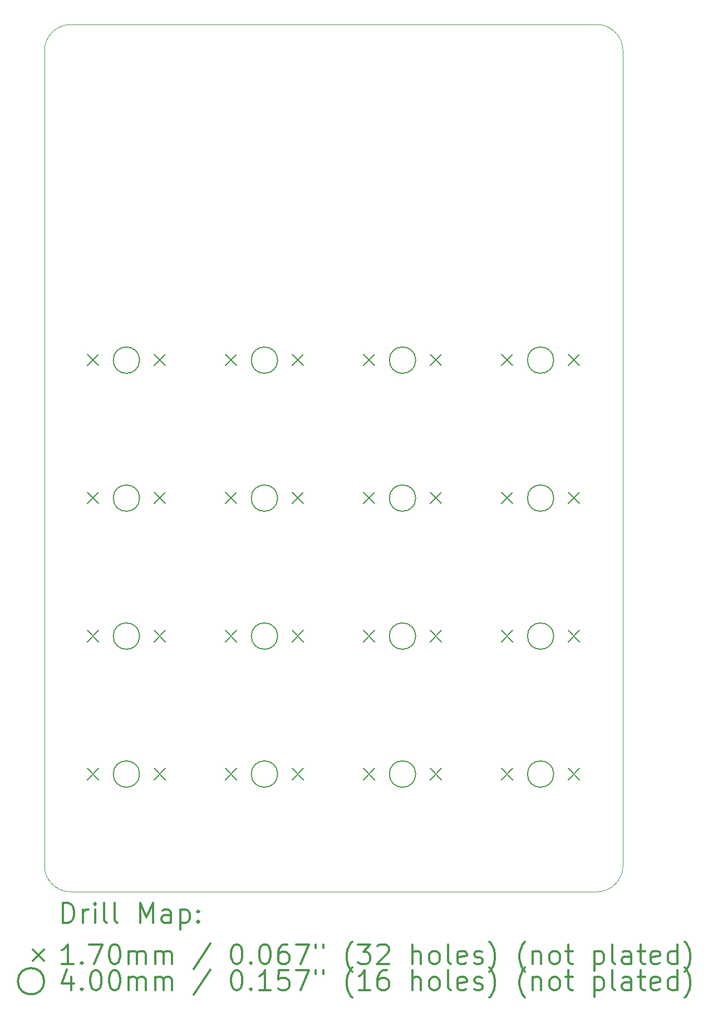
<source format=gbr>
%FSLAX45Y45*%
G04 Gerber Fmt 4.5, Leading zero omitted, Abs format (unit mm)*
G04 Created by KiCad (PCBNEW 5.0.2+dfsg1-1) date Sun 02 Jan 2022 07:08:44 PM PST*
%MOMM*%
%LPD*%
G01*
G04 APERTURE LIST*
%ADD10C,0.100000*%
%ADD11C,0.200000*%
%ADD12C,0.300000*%
G04 APERTURE END LIST*
D10*
X10800000Y-3000000D02*
X18800000Y-3000000D01*
X10400000Y-15800000D02*
X10400000Y-3400000D01*
X18800000Y-16200000D02*
X10800000Y-16200000D01*
X19200000Y-3400000D02*
X19200000Y-15800000D01*
X10800000Y-16200000D02*
G75*
G02X10400000Y-15800000I0J400000D01*
G01*
X19200000Y-15800000D02*
G75*
G02X18800000Y-16200000I-400000J0D01*
G01*
X18800000Y-3000000D02*
G75*
G02X19200000Y-3400000I0J-400000D01*
G01*
X10400000Y-3400000D02*
G75*
G02X10800000Y-3000000I400000J0D01*
G01*
D11*
X15253000Y-12223000D02*
X15423000Y-12393000D01*
X15423000Y-12223000D02*
X15253000Y-12393000D01*
X16269000Y-12223000D02*
X16439000Y-12393000D01*
X16439000Y-12223000D02*
X16269000Y-12393000D01*
X11053000Y-12223000D02*
X11223000Y-12393000D01*
X11223000Y-12223000D02*
X11053000Y-12393000D01*
X12069000Y-12223000D02*
X12239000Y-12393000D01*
X12239000Y-12223000D02*
X12069000Y-12393000D01*
X15253000Y-8023000D02*
X15423000Y-8193000D01*
X15423000Y-8023000D02*
X15253000Y-8193000D01*
X16269000Y-8023000D02*
X16439000Y-8193000D01*
X16439000Y-8023000D02*
X16269000Y-8193000D01*
X17353000Y-8023000D02*
X17523000Y-8193000D01*
X17523000Y-8023000D02*
X17353000Y-8193000D01*
X18369000Y-8023000D02*
X18539000Y-8193000D01*
X18539000Y-8023000D02*
X18369000Y-8193000D01*
X17353000Y-14323000D02*
X17523000Y-14493000D01*
X17523000Y-14323000D02*
X17353000Y-14493000D01*
X18369000Y-14323000D02*
X18539000Y-14493000D01*
X18539000Y-14323000D02*
X18369000Y-14493000D01*
X17353000Y-12223000D02*
X17523000Y-12393000D01*
X17523000Y-12223000D02*
X17353000Y-12393000D01*
X18369000Y-12223000D02*
X18539000Y-12393000D01*
X18539000Y-12223000D02*
X18369000Y-12393000D01*
X11053000Y-10123000D02*
X11223000Y-10293000D01*
X11223000Y-10123000D02*
X11053000Y-10293000D01*
X12069000Y-10123000D02*
X12239000Y-10293000D01*
X12239000Y-10123000D02*
X12069000Y-10293000D01*
X13153000Y-8023000D02*
X13323000Y-8193000D01*
X13323000Y-8023000D02*
X13153000Y-8193000D01*
X14169000Y-8023000D02*
X14339000Y-8193000D01*
X14339000Y-8023000D02*
X14169000Y-8193000D01*
X15253000Y-10123000D02*
X15423000Y-10293000D01*
X15423000Y-10123000D02*
X15253000Y-10293000D01*
X16269000Y-10123000D02*
X16439000Y-10293000D01*
X16439000Y-10123000D02*
X16269000Y-10293000D01*
X15253000Y-14323000D02*
X15423000Y-14493000D01*
X15423000Y-14323000D02*
X15253000Y-14493000D01*
X16269000Y-14323000D02*
X16439000Y-14493000D01*
X16439000Y-14323000D02*
X16269000Y-14493000D01*
X13153000Y-12223000D02*
X13323000Y-12393000D01*
X13323000Y-12223000D02*
X13153000Y-12393000D01*
X14169000Y-12223000D02*
X14339000Y-12393000D01*
X14339000Y-12223000D02*
X14169000Y-12393000D01*
X13153000Y-14323000D02*
X13323000Y-14493000D01*
X13323000Y-14323000D02*
X13153000Y-14493000D01*
X14169000Y-14323000D02*
X14339000Y-14493000D01*
X14339000Y-14323000D02*
X14169000Y-14493000D01*
X11053000Y-8023000D02*
X11223000Y-8193000D01*
X11223000Y-8023000D02*
X11053000Y-8193000D01*
X12069000Y-8023000D02*
X12239000Y-8193000D01*
X12239000Y-8023000D02*
X12069000Y-8193000D01*
X13153000Y-10123000D02*
X13323000Y-10293000D01*
X13323000Y-10123000D02*
X13153000Y-10293000D01*
X14169000Y-10123000D02*
X14339000Y-10293000D01*
X14339000Y-10123000D02*
X14169000Y-10293000D01*
X17353000Y-10123000D02*
X17523000Y-10293000D01*
X17523000Y-10123000D02*
X17353000Y-10293000D01*
X18369000Y-10123000D02*
X18539000Y-10293000D01*
X18539000Y-10123000D02*
X18369000Y-10293000D01*
X11053000Y-14323000D02*
X11223000Y-14493000D01*
X11223000Y-14323000D02*
X11053000Y-14493000D01*
X12069000Y-14323000D02*
X12239000Y-14493000D01*
X12239000Y-14323000D02*
X12069000Y-14493000D01*
X18146000Y-14408000D02*
G75*
G03X18146000Y-14408000I-200000J0D01*
G01*
X18146000Y-12308000D02*
G75*
G03X18146000Y-12308000I-200000J0D01*
G01*
X11846000Y-10208000D02*
G75*
G03X11846000Y-10208000I-200000J0D01*
G01*
X13946000Y-8108000D02*
G75*
G03X13946000Y-8108000I-200000J0D01*
G01*
X16046000Y-10208000D02*
G75*
G03X16046000Y-10208000I-200000J0D01*
G01*
X16046000Y-14408000D02*
G75*
G03X16046000Y-14408000I-200000J0D01*
G01*
X13946000Y-12308000D02*
G75*
G03X13946000Y-12308000I-200000J0D01*
G01*
X13946000Y-14408000D02*
G75*
G03X13946000Y-14408000I-200000J0D01*
G01*
X11846000Y-8108000D02*
G75*
G03X11846000Y-8108000I-200000J0D01*
G01*
X13946000Y-10208000D02*
G75*
G03X13946000Y-10208000I-200000J0D01*
G01*
X18146000Y-10208000D02*
G75*
G03X18146000Y-10208000I-200000J0D01*
G01*
X11846000Y-14408000D02*
G75*
G03X11846000Y-14408000I-200000J0D01*
G01*
X16046000Y-12308000D02*
G75*
G03X16046000Y-12308000I-200000J0D01*
G01*
X11846000Y-12308000D02*
G75*
G03X11846000Y-12308000I-200000J0D01*
G01*
X16046000Y-8108000D02*
G75*
G03X16046000Y-8108000I-200000J0D01*
G01*
X18146000Y-8108000D02*
G75*
G03X18146000Y-8108000I-200000J0D01*
G01*
D12*
X10681428Y-16670714D02*
X10681428Y-16370714D01*
X10752857Y-16370714D01*
X10795714Y-16385000D01*
X10824286Y-16413571D01*
X10838571Y-16442143D01*
X10852857Y-16499286D01*
X10852857Y-16542143D01*
X10838571Y-16599286D01*
X10824286Y-16627857D01*
X10795714Y-16656429D01*
X10752857Y-16670714D01*
X10681428Y-16670714D01*
X10981428Y-16670714D02*
X10981428Y-16470714D01*
X10981428Y-16527857D02*
X10995714Y-16499286D01*
X11010000Y-16485000D01*
X11038571Y-16470714D01*
X11067143Y-16470714D01*
X11167143Y-16670714D02*
X11167143Y-16470714D01*
X11167143Y-16370714D02*
X11152857Y-16385000D01*
X11167143Y-16399286D01*
X11181428Y-16385000D01*
X11167143Y-16370714D01*
X11167143Y-16399286D01*
X11352857Y-16670714D02*
X11324286Y-16656429D01*
X11310000Y-16627857D01*
X11310000Y-16370714D01*
X11510000Y-16670714D02*
X11481428Y-16656429D01*
X11467143Y-16627857D01*
X11467143Y-16370714D01*
X11852857Y-16670714D02*
X11852857Y-16370714D01*
X11952857Y-16585000D01*
X12052857Y-16370714D01*
X12052857Y-16670714D01*
X12324286Y-16670714D02*
X12324286Y-16513571D01*
X12310000Y-16485000D01*
X12281428Y-16470714D01*
X12224286Y-16470714D01*
X12195714Y-16485000D01*
X12324286Y-16656429D02*
X12295714Y-16670714D01*
X12224286Y-16670714D01*
X12195714Y-16656429D01*
X12181428Y-16627857D01*
X12181428Y-16599286D01*
X12195714Y-16570714D01*
X12224286Y-16556429D01*
X12295714Y-16556429D01*
X12324286Y-16542143D01*
X12467143Y-16470714D02*
X12467143Y-16770714D01*
X12467143Y-16485000D02*
X12495714Y-16470714D01*
X12552857Y-16470714D01*
X12581428Y-16485000D01*
X12595714Y-16499286D01*
X12610000Y-16527857D01*
X12610000Y-16613571D01*
X12595714Y-16642143D01*
X12581428Y-16656429D01*
X12552857Y-16670714D01*
X12495714Y-16670714D01*
X12467143Y-16656429D01*
X12738571Y-16642143D02*
X12752857Y-16656429D01*
X12738571Y-16670714D01*
X12724286Y-16656429D01*
X12738571Y-16642143D01*
X12738571Y-16670714D01*
X12738571Y-16485000D02*
X12752857Y-16499286D01*
X12738571Y-16513571D01*
X12724286Y-16499286D01*
X12738571Y-16485000D01*
X12738571Y-16513571D01*
X10225000Y-17080000D02*
X10395000Y-17250000D01*
X10395000Y-17080000D02*
X10225000Y-17250000D01*
X10838571Y-17300714D02*
X10667143Y-17300714D01*
X10752857Y-17300714D02*
X10752857Y-17000714D01*
X10724286Y-17043572D01*
X10695714Y-17072143D01*
X10667143Y-17086429D01*
X10967143Y-17272143D02*
X10981428Y-17286429D01*
X10967143Y-17300714D01*
X10952857Y-17286429D01*
X10967143Y-17272143D01*
X10967143Y-17300714D01*
X11081428Y-17000714D02*
X11281428Y-17000714D01*
X11152857Y-17300714D01*
X11452857Y-17000714D02*
X11481428Y-17000714D01*
X11510000Y-17015000D01*
X11524286Y-17029286D01*
X11538571Y-17057857D01*
X11552857Y-17115000D01*
X11552857Y-17186429D01*
X11538571Y-17243572D01*
X11524286Y-17272143D01*
X11510000Y-17286429D01*
X11481428Y-17300714D01*
X11452857Y-17300714D01*
X11424286Y-17286429D01*
X11410000Y-17272143D01*
X11395714Y-17243572D01*
X11381428Y-17186429D01*
X11381428Y-17115000D01*
X11395714Y-17057857D01*
X11410000Y-17029286D01*
X11424286Y-17015000D01*
X11452857Y-17000714D01*
X11681428Y-17300714D02*
X11681428Y-17100714D01*
X11681428Y-17129286D02*
X11695714Y-17115000D01*
X11724286Y-17100714D01*
X11767143Y-17100714D01*
X11795714Y-17115000D01*
X11810000Y-17143572D01*
X11810000Y-17300714D01*
X11810000Y-17143572D02*
X11824286Y-17115000D01*
X11852857Y-17100714D01*
X11895714Y-17100714D01*
X11924286Y-17115000D01*
X11938571Y-17143572D01*
X11938571Y-17300714D01*
X12081428Y-17300714D02*
X12081428Y-17100714D01*
X12081428Y-17129286D02*
X12095714Y-17115000D01*
X12124286Y-17100714D01*
X12167143Y-17100714D01*
X12195714Y-17115000D01*
X12210000Y-17143572D01*
X12210000Y-17300714D01*
X12210000Y-17143572D02*
X12224286Y-17115000D01*
X12252857Y-17100714D01*
X12295714Y-17100714D01*
X12324286Y-17115000D01*
X12338571Y-17143572D01*
X12338571Y-17300714D01*
X12924286Y-16986429D02*
X12667143Y-17372143D01*
X13310000Y-17000714D02*
X13338571Y-17000714D01*
X13367143Y-17015000D01*
X13381428Y-17029286D01*
X13395714Y-17057857D01*
X13410000Y-17115000D01*
X13410000Y-17186429D01*
X13395714Y-17243572D01*
X13381428Y-17272143D01*
X13367143Y-17286429D01*
X13338571Y-17300714D01*
X13310000Y-17300714D01*
X13281428Y-17286429D01*
X13267143Y-17272143D01*
X13252857Y-17243572D01*
X13238571Y-17186429D01*
X13238571Y-17115000D01*
X13252857Y-17057857D01*
X13267143Y-17029286D01*
X13281428Y-17015000D01*
X13310000Y-17000714D01*
X13538571Y-17272143D02*
X13552857Y-17286429D01*
X13538571Y-17300714D01*
X13524286Y-17286429D01*
X13538571Y-17272143D01*
X13538571Y-17300714D01*
X13738571Y-17000714D02*
X13767143Y-17000714D01*
X13795714Y-17015000D01*
X13810000Y-17029286D01*
X13824286Y-17057857D01*
X13838571Y-17115000D01*
X13838571Y-17186429D01*
X13824286Y-17243572D01*
X13810000Y-17272143D01*
X13795714Y-17286429D01*
X13767143Y-17300714D01*
X13738571Y-17300714D01*
X13710000Y-17286429D01*
X13695714Y-17272143D01*
X13681428Y-17243572D01*
X13667143Y-17186429D01*
X13667143Y-17115000D01*
X13681428Y-17057857D01*
X13695714Y-17029286D01*
X13710000Y-17015000D01*
X13738571Y-17000714D01*
X14095714Y-17000714D02*
X14038571Y-17000714D01*
X14010000Y-17015000D01*
X13995714Y-17029286D01*
X13967143Y-17072143D01*
X13952857Y-17129286D01*
X13952857Y-17243572D01*
X13967143Y-17272143D01*
X13981428Y-17286429D01*
X14010000Y-17300714D01*
X14067143Y-17300714D01*
X14095714Y-17286429D01*
X14110000Y-17272143D01*
X14124286Y-17243572D01*
X14124286Y-17172143D01*
X14110000Y-17143572D01*
X14095714Y-17129286D01*
X14067143Y-17115000D01*
X14010000Y-17115000D01*
X13981428Y-17129286D01*
X13967143Y-17143572D01*
X13952857Y-17172143D01*
X14224286Y-17000714D02*
X14424286Y-17000714D01*
X14295714Y-17300714D01*
X14524286Y-17000714D02*
X14524286Y-17057857D01*
X14638571Y-17000714D02*
X14638571Y-17057857D01*
X15081428Y-17415000D02*
X15067143Y-17400714D01*
X15038571Y-17357857D01*
X15024286Y-17329286D01*
X15010000Y-17286429D01*
X14995714Y-17215000D01*
X14995714Y-17157857D01*
X15010000Y-17086429D01*
X15024286Y-17043572D01*
X15038571Y-17015000D01*
X15067143Y-16972143D01*
X15081428Y-16957857D01*
X15167143Y-17000714D02*
X15352857Y-17000714D01*
X15252857Y-17115000D01*
X15295714Y-17115000D01*
X15324286Y-17129286D01*
X15338571Y-17143572D01*
X15352857Y-17172143D01*
X15352857Y-17243572D01*
X15338571Y-17272143D01*
X15324286Y-17286429D01*
X15295714Y-17300714D01*
X15210000Y-17300714D01*
X15181428Y-17286429D01*
X15167143Y-17272143D01*
X15467143Y-17029286D02*
X15481428Y-17015000D01*
X15510000Y-17000714D01*
X15581428Y-17000714D01*
X15610000Y-17015000D01*
X15624286Y-17029286D01*
X15638571Y-17057857D01*
X15638571Y-17086429D01*
X15624286Y-17129286D01*
X15452857Y-17300714D01*
X15638571Y-17300714D01*
X15995714Y-17300714D02*
X15995714Y-17000714D01*
X16124286Y-17300714D02*
X16124286Y-17143572D01*
X16110000Y-17115000D01*
X16081428Y-17100714D01*
X16038571Y-17100714D01*
X16010000Y-17115000D01*
X15995714Y-17129286D01*
X16310000Y-17300714D02*
X16281428Y-17286429D01*
X16267143Y-17272143D01*
X16252857Y-17243572D01*
X16252857Y-17157857D01*
X16267143Y-17129286D01*
X16281428Y-17115000D01*
X16310000Y-17100714D01*
X16352857Y-17100714D01*
X16381428Y-17115000D01*
X16395714Y-17129286D01*
X16410000Y-17157857D01*
X16410000Y-17243572D01*
X16395714Y-17272143D01*
X16381428Y-17286429D01*
X16352857Y-17300714D01*
X16310000Y-17300714D01*
X16581428Y-17300714D02*
X16552857Y-17286429D01*
X16538571Y-17257857D01*
X16538571Y-17000714D01*
X16810000Y-17286429D02*
X16781428Y-17300714D01*
X16724286Y-17300714D01*
X16695714Y-17286429D01*
X16681428Y-17257857D01*
X16681428Y-17143572D01*
X16695714Y-17115000D01*
X16724286Y-17100714D01*
X16781428Y-17100714D01*
X16810000Y-17115000D01*
X16824286Y-17143572D01*
X16824286Y-17172143D01*
X16681428Y-17200714D01*
X16938571Y-17286429D02*
X16967143Y-17300714D01*
X17024286Y-17300714D01*
X17052857Y-17286429D01*
X17067143Y-17257857D01*
X17067143Y-17243572D01*
X17052857Y-17215000D01*
X17024286Y-17200714D01*
X16981428Y-17200714D01*
X16952857Y-17186429D01*
X16938571Y-17157857D01*
X16938571Y-17143572D01*
X16952857Y-17115000D01*
X16981428Y-17100714D01*
X17024286Y-17100714D01*
X17052857Y-17115000D01*
X17167143Y-17415000D02*
X17181428Y-17400714D01*
X17210000Y-17357857D01*
X17224286Y-17329286D01*
X17238571Y-17286429D01*
X17252857Y-17215000D01*
X17252857Y-17157857D01*
X17238571Y-17086429D01*
X17224286Y-17043572D01*
X17210000Y-17015000D01*
X17181428Y-16972143D01*
X17167143Y-16957857D01*
X17710000Y-17415000D02*
X17695714Y-17400714D01*
X17667143Y-17357857D01*
X17652857Y-17329286D01*
X17638571Y-17286429D01*
X17624286Y-17215000D01*
X17624286Y-17157857D01*
X17638571Y-17086429D01*
X17652857Y-17043572D01*
X17667143Y-17015000D01*
X17695714Y-16972143D01*
X17710000Y-16957857D01*
X17824286Y-17100714D02*
X17824286Y-17300714D01*
X17824286Y-17129286D02*
X17838571Y-17115000D01*
X17867143Y-17100714D01*
X17910000Y-17100714D01*
X17938571Y-17115000D01*
X17952857Y-17143572D01*
X17952857Y-17300714D01*
X18138571Y-17300714D02*
X18110000Y-17286429D01*
X18095714Y-17272143D01*
X18081428Y-17243572D01*
X18081428Y-17157857D01*
X18095714Y-17129286D01*
X18110000Y-17115000D01*
X18138571Y-17100714D01*
X18181428Y-17100714D01*
X18210000Y-17115000D01*
X18224286Y-17129286D01*
X18238571Y-17157857D01*
X18238571Y-17243572D01*
X18224286Y-17272143D01*
X18210000Y-17286429D01*
X18181428Y-17300714D01*
X18138571Y-17300714D01*
X18324286Y-17100714D02*
X18438571Y-17100714D01*
X18367143Y-17000714D02*
X18367143Y-17257857D01*
X18381428Y-17286429D01*
X18410000Y-17300714D01*
X18438571Y-17300714D01*
X18767143Y-17100714D02*
X18767143Y-17400714D01*
X18767143Y-17115000D02*
X18795714Y-17100714D01*
X18852857Y-17100714D01*
X18881428Y-17115000D01*
X18895714Y-17129286D01*
X18910000Y-17157857D01*
X18910000Y-17243572D01*
X18895714Y-17272143D01*
X18881428Y-17286429D01*
X18852857Y-17300714D01*
X18795714Y-17300714D01*
X18767143Y-17286429D01*
X19081428Y-17300714D02*
X19052857Y-17286429D01*
X19038571Y-17257857D01*
X19038571Y-17000714D01*
X19324286Y-17300714D02*
X19324286Y-17143572D01*
X19310000Y-17115000D01*
X19281428Y-17100714D01*
X19224286Y-17100714D01*
X19195714Y-17115000D01*
X19324286Y-17286429D02*
X19295714Y-17300714D01*
X19224286Y-17300714D01*
X19195714Y-17286429D01*
X19181428Y-17257857D01*
X19181428Y-17229286D01*
X19195714Y-17200714D01*
X19224286Y-17186429D01*
X19295714Y-17186429D01*
X19324286Y-17172143D01*
X19424286Y-17100714D02*
X19538571Y-17100714D01*
X19467143Y-17000714D02*
X19467143Y-17257857D01*
X19481428Y-17286429D01*
X19510000Y-17300714D01*
X19538571Y-17300714D01*
X19752857Y-17286429D02*
X19724286Y-17300714D01*
X19667143Y-17300714D01*
X19638571Y-17286429D01*
X19624286Y-17257857D01*
X19624286Y-17143572D01*
X19638571Y-17115000D01*
X19667143Y-17100714D01*
X19724286Y-17100714D01*
X19752857Y-17115000D01*
X19767143Y-17143572D01*
X19767143Y-17172143D01*
X19624286Y-17200714D01*
X20024286Y-17300714D02*
X20024286Y-17000714D01*
X20024286Y-17286429D02*
X19995714Y-17300714D01*
X19938571Y-17300714D01*
X19910000Y-17286429D01*
X19895714Y-17272143D01*
X19881428Y-17243572D01*
X19881428Y-17157857D01*
X19895714Y-17129286D01*
X19910000Y-17115000D01*
X19938571Y-17100714D01*
X19995714Y-17100714D01*
X20024286Y-17115000D01*
X20138571Y-17415000D02*
X20152857Y-17400714D01*
X20181428Y-17357857D01*
X20195714Y-17329286D01*
X20210000Y-17286429D01*
X20224286Y-17215000D01*
X20224286Y-17157857D01*
X20210000Y-17086429D01*
X20195714Y-17043572D01*
X20181428Y-17015000D01*
X20152857Y-16972143D01*
X20138571Y-16957857D01*
X10395000Y-17561000D02*
G75*
G03X10395000Y-17561000I-200000J0D01*
G01*
X10810000Y-17496714D02*
X10810000Y-17696714D01*
X10738571Y-17382429D02*
X10667143Y-17596714D01*
X10852857Y-17596714D01*
X10967143Y-17668143D02*
X10981428Y-17682429D01*
X10967143Y-17696714D01*
X10952857Y-17682429D01*
X10967143Y-17668143D01*
X10967143Y-17696714D01*
X11167143Y-17396714D02*
X11195714Y-17396714D01*
X11224286Y-17411000D01*
X11238571Y-17425286D01*
X11252857Y-17453857D01*
X11267143Y-17511000D01*
X11267143Y-17582429D01*
X11252857Y-17639572D01*
X11238571Y-17668143D01*
X11224286Y-17682429D01*
X11195714Y-17696714D01*
X11167143Y-17696714D01*
X11138571Y-17682429D01*
X11124286Y-17668143D01*
X11110000Y-17639572D01*
X11095714Y-17582429D01*
X11095714Y-17511000D01*
X11110000Y-17453857D01*
X11124286Y-17425286D01*
X11138571Y-17411000D01*
X11167143Y-17396714D01*
X11452857Y-17396714D02*
X11481428Y-17396714D01*
X11510000Y-17411000D01*
X11524286Y-17425286D01*
X11538571Y-17453857D01*
X11552857Y-17511000D01*
X11552857Y-17582429D01*
X11538571Y-17639572D01*
X11524286Y-17668143D01*
X11510000Y-17682429D01*
X11481428Y-17696714D01*
X11452857Y-17696714D01*
X11424286Y-17682429D01*
X11410000Y-17668143D01*
X11395714Y-17639572D01*
X11381428Y-17582429D01*
X11381428Y-17511000D01*
X11395714Y-17453857D01*
X11410000Y-17425286D01*
X11424286Y-17411000D01*
X11452857Y-17396714D01*
X11681428Y-17696714D02*
X11681428Y-17496714D01*
X11681428Y-17525286D02*
X11695714Y-17511000D01*
X11724286Y-17496714D01*
X11767143Y-17496714D01*
X11795714Y-17511000D01*
X11810000Y-17539572D01*
X11810000Y-17696714D01*
X11810000Y-17539572D02*
X11824286Y-17511000D01*
X11852857Y-17496714D01*
X11895714Y-17496714D01*
X11924286Y-17511000D01*
X11938571Y-17539572D01*
X11938571Y-17696714D01*
X12081428Y-17696714D02*
X12081428Y-17496714D01*
X12081428Y-17525286D02*
X12095714Y-17511000D01*
X12124286Y-17496714D01*
X12167143Y-17496714D01*
X12195714Y-17511000D01*
X12210000Y-17539572D01*
X12210000Y-17696714D01*
X12210000Y-17539572D02*
X12224286Y-17511000D01*
X12252857Y-17496714D01*
X12295714Y-17496714D01*
X12324286Y-17511000D01*
X12338571Y-17539572D01*
X12338571Y-17696714D01*
X12924286Y-17382429D02*
X12667143Y-17768143D01*
X13310000Y-17396714D02*
X13338571Y-17396714D01*
X13367143Y-17411000D01*
X13381428Y-17425286D01*
X13395714Y-17453857D01*
X13410000Y-17511000D01*
X13410000Y-17582429D01*
X13395714Y-17639572D01*
X13381428Y-17668143D01*
X13367143Y-17682429D01*
X13338571Y-17696714D01*
X13310000Y-17696714D01*
X13281428Y-17682429D01*
X13267143Y-17668143D01*
X13252857Y-17639572D01*
X13238571Y-17582429D01*
X13238571Y-17511000D01*
X13252857Y-17453857D01*
X13267143Y-17425286D01*
X13281428Y-17411000D01*
X13310000Y-17396714D01*
X13538571Y-17668143D02*
X13552857Y-17682429D01*
X13538571Y-17696714D01*
X13524286Y-17682429D01*
X13538571Y-17668143D01*
X13538571Y-17696714D01*
X13838571Y-17696714D02*
X13667143Y-17696714D01*
X13752857Y-17696714D02*
X13752857Y-17396714D01*
X13724286Y-17439572D01*
X13695714Y-17468143D01*
X13667143Y-17482429D01*
X14110000Y-17396714D02*
X13967143Y-17396714D01*
X13952857Y-17539572D01*
X13967143Y-17525286D01*
X13995714Y-17511000D01*
X14067143Y-17511000D01*
X14095714Y-17525286D01*
X14110000Y-17539572D01*
X14124286Y-17568143D01*
X14124286Y-17639572D01*
X14110000Y-17668143D01*
X14095714Y-17682429D01*
X14067143Y-17696714D01*
X13995714Y-17696714D01*
X13967143Y-17682429D01*
X13952857Y-17668143D01*
X14224286Y-17396714D02*
X14424286Y-17396714D01*
X14295714Y-17696714D01*
X14524286Y-17396714D02*
X14524286Y-17453857D01*
X14638571Y-17396714D02*
X14638571Y-17453857D01*
X15081428Y-17811000D02*
X15067143Y-17796714D01*
X15038571Y-17753857D01*
X15024286Y-17725286D01*
X15010000Y-17682429D01*
X14995714Y-17611000D01*
X14995714Y-17553857D01*
X15010000Y-17482429D01*
X15024286Y-17439572D01*
X15038571Y-17411000D01*
X15067143Y-17368143D01*
X15081428Y-17353857D01*
X15352857Y-17696714D02*
X15181428Y-17696714D01*
X15267143Y-17696714D02*
X15267143Y-17396714D01*
X15238571Y-17439572D01*
X15210000Y-17468143D01*
X15181428Y-17482429D01*
X15610000Y-17396714D02*
X15552857Y-17396714D01*
X15524286Y-17411000D01*
X15510000Y-17425286D01*
X15481428Y-17468143D01*
X15467143Y-17525286D01*
X15467143Y-17639572D01*
X15481428Y-17668143D01*
X15495714Y-17682429D01*
X15524286Y-17696714D01*
X15581428Y-17696714D01*
X15610000Y-17682429D01*
X15624286Y-17668143D01*
X15638571Y-17639572D01*
X15638571Y-17568143D01*
X15624286Y-17539572D01*
X15610000Y-17525286D01*
X15581428Y-17511000D01*
X15524286Y-17511000D01*
X15495714Y-17525286D01*
X15481428Y-17539572D01*
X15467143Y-17568143D01*
X15995714Y-17696714D02*
X15995714Y-17396714D01*
X16124286Y-17696714D02*
X16124286Y-17539572D01*
X16110000Y-17511000D01*
X16081428Y-17496714D01*
X16038571Y-17496714D01*
X16010000Y-17511000D01*
X15995714Y-17525286D01*
X16310000Y-17696714D02*
X16281428Y-17682429D01*
X16267143Y-17668143D01*
X16252857Y-17639572D01*
X16252857Y-17553857D01*
X16267143Y-17525286D01*
X16281428Y-17511000D01*
X16310000Y-17496714D01*
X16352857Y-17496714D01*
X16381428Y-17511000D01*
X16395714Y-17525286D01*
X16410000Y-17553857D01*
X16410000Y-17639572D01*
X16395714Y-17668143D01*
X16381428Y-17682429D01*
X16352857Y-17696714D01*
X16310000Y-17696714D01*
X16581428Y-17696714D02*
X16552857Y-17682429D01*
X16538571Y-17653857D01*
X16538571Y-17396714D01*
X16810000Y-17682429D02*
X16781428Y-17696714D01*
X16724286Y-17696714D01*
X16695714Y-17682429D01*
X16681428Y-17653857D01*
X16681428Y-17539572D01*
X16695714Y-17511000D01*
X16724286Y-17496714D01*
X16781428Y-17496714D01*
X16810000Y-17511000D01*
X16824286Y-17539572D01*
X16824286Y-17568143D01*
X16681428Y-17596714D01*
X16938571Y-17682429D02*
X16967143Y-17696714D01*
X17024286Y-17696714D01*
X17052857Y-17682429D01*
X17067143Y-17653857D01*
X17067143Y-17639572D01*
X17052857Y-17611000D01*
X17024286Y-17596714D01*
X16981428Y-17596714D01*
X16952857Y-17582429D01*
X16938571Y-17553857D01*
X16938571Y-17539572D01*
X16952857Y-17511000D01*
X16981428Y-17496714D01*
X17024286Y-17496714D01*
X17052857Y-17511000D01*
X17167143Y-17811000D02*
X17181428Y-17796714D01*
X17210000Y-17753857D01*
X17224286Y-17725286D01*
X17238571Y-17682429D01*
X17252857Y-17611000D01*
X17252857Y-17553857D01*
X17238571Y-17482429D01*
X17224286Y-17439572D01*
X17210000Y-17411000D01*
X17181428Y-17368143D01*
X17167143Y-17353857D01*
X17710000Y-17811000D02*
X17695714Y-17796714D01*
X17667143Y-17753857D01*
X17652857Y-17725286D01*
X17638571Y-17682429D01*
X17624286Y-17611000D01*
X17624286Y-17553857D01*
X17638571Y-17482429D01*
X17652857Y-17439572D01*
X17667143Y-17411000D01*
X17695714Y-17368143D01*
X17710000Y-17353857D01*
X17824286Y-17496714D02*
X17824286Y-17696714D01*
X17824286Y-17525286D02*
X17838571Y-17511000D01*
X17867143Y-17496714D01*
X17910000Y-17496714D01*
X17938571Y-17511000D01*
X17952857Y-17539572D01*
X17952857Y-17696714D01*
X18138571Y-17696714D02*
X18110000Y-17682429D01*
X18095714Y-17668143D01*
X18081428Y-17639572D01*
X18081428Y-17553857D01*
X18095714Y-17525286D01*
X18110000Y-17511000D01*
X18138571Y-17496714D01*
X18181428Y-17496714D01*
X18210000Y-17511000D01*
X18224286Y-17525286D01*
X18238571Y-17553857D01*
X18238571Y-17639572D01*
X18224286Y-17668143D01*
X18210000Y-17682429D01*
X18181428Y-17696714D01*
X18138571Y-17696714D01*
X18324286Y-17496714D02*
X18438571Y-17496714D01*
X18367143Y-17396714D02*
X18367143Y-17653857D01*
X18381428Y-17682429D01*
X18410000Y-17696714D01*
X18438571Y-17696714D01*
X18767143Y-17496714D02*
X18767143Y-17796714D01*
X18767143Y-17511000D02*
X18795714Y-17496714D01*
X18852857Y-17496714D01*
X18881428Y-17511000D01*
X18895714Y-17525286D01*
X18910000Y-17553857D01*
X18910000Y-17639572D01*
X18895714Y-17668143D01*
X18881428Y-17682429D01*
X18852857Y-17696714D01*
X18795714Y-17696714D01*
X18767143Y-17682429D01*
X19081428Y-17696714D02*
X19052857Y-17682429D01*
X19038571Y-17653857D01*
X19038571Y-17396714D01*
X19324286Y-17696714D02*
X19324286Y-17539572D01*
X19310000Y-17511000D01*
X19281428Y-17496714D01*
X19224286Y-17496714D01*
X19195714Y-17511000D01*
X19324286Y-17682429D02*
X19295714Y-17696714D01*
X19224286Y-17696714D01*
X19195714Y-17682429D01*
X19181428Y-17653857D01*
X19181428Y-17625286D01*
X19195714Y-17596714D01*
X19224286Y-17582429D01*
X19295714Y-17582429D01*
X19324286Y-17568143D01*
X19424286Y-17496714D02*
X19538571Y-17496714D01*
X19467143Y-17396714D02*
X19467143Y-17653857D01*
X19481428Y-17682429D01*
X19510000Y-17696714D01*
X19538571Y-17696714D01*
X19752857Y-17682429D02*
X19724286Y-17696714D01*
X19667143Y-17696714D01*
X19638571Y-17682429D01*
X19624286Y-17653857D01*
X19624286Y-17539572D01*
X19638571Y-17511000D01*
X19667143Y-17496714D01*
X19724286Y-17496714D01*
X19752857Y-17511000D01*
X19767143Y-17539572D01*
X19767143Y-17568143D01*
X19624286Y-17596714D01*
X20024286Y-17696714D02*
X20024286Y-17396714D01*
X20024286Y-17682429D02*
X19995714Y-17696714D01*
X19938571Y-17696714D01*
X19910000Y-17682429D01*
X19895714Y-17668143D01*
X19881428Y-17639572D01*
X19881428Y-17553857D01*
X19895714Y-17525286D01*
X19910000Y-17511000D01*
X19938571Y-17496714D01*
X19995714Y-17496714D01*
X20024286Y-17511000D01*
X20138571Y-17811000D02*
X20152857Y-17796714D01*
X20181428Y-17753857D01*
X20195714Y-17725286D01*
X20210000Y-17682429D01*
X20224286Y-17611000D01*
X20224286Y-17553857D01*
X20210000Y-17482429D01*
X20195714Y-17439572D01*
X20181428Y-17411000D01*
X20152857Y-17368143D01*
X20138571Y-17353857D01*
M02*

</source>
